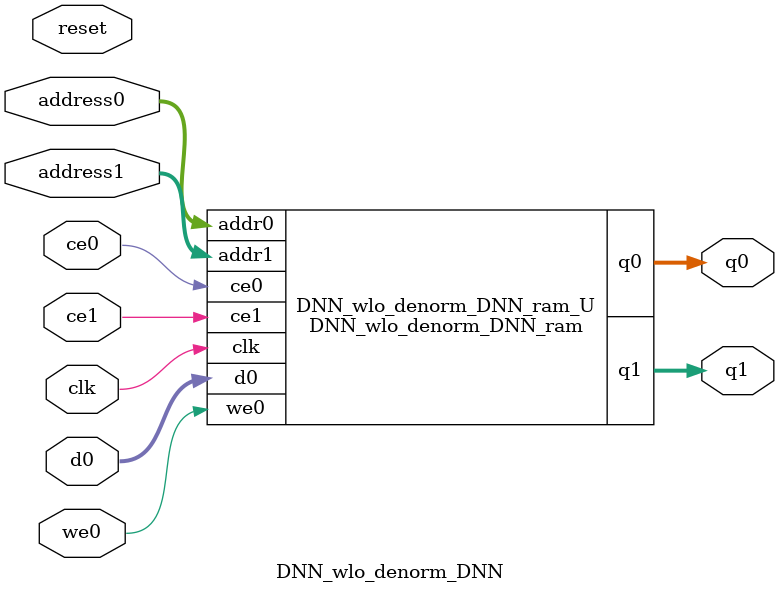
<source format=v>
`timescale 1 ns / 1 ps
module DNN_wlo_denorm_DNN_ram (addr0, ce0, d0, we0, q0, addr1, ce1, q1,  clk);

parameter DWIDTH = 16;
parameter AWIDTH = 7;
parameter MEM_SIZE = 104;

input[AWIDTH-1:0] addr0;
input ce0;
input[DWIDTH-1:0] d0;
input we0;
output reg[DWIDTH-1:0] q0;
input[AWIDTH-1:0] addr1;
input ce1;
output reg[DWIDTH-1:0] q1;
input clk;

(* ram_style = "block" *)reg [DWIDTH-1:0] ram[0:MEM_SIZE-1];




always @(posedge clk)  
begin 
    if (ce0) 
    begin
        if (we0) 
        begin 
            ram[addr0] <= d0; 
        end 
        q0 <= ram[addr0];
    end
end


always @(posedge clk)  
begin 
    if (ce1) 
    begin
        q1 <= ram[addr1];
    end
end


endmodule

`timescale 1 ns / 1 ps
module DNN_wlo_denorm_DNN(
    reset,
    clk,
    address0,
    ce0,
    we0,
    d0,
    q0,
    address1,
    ce1,
    q1);

parameter DataWidth = 32'd16;
parameter AddressRange = 32'd104;
parameter AddressWidth = 32'd7;
input reset;
input clk;
input[AddressWidth - 1:0] address0;
input ce0;
input we0;
input[DataWidth - 1:0] d0;
output[DataWidth - 1:0] q0;
input[AddressWidth - 1:0] address1;
input ce1;
output[DataWidth - 1:0] q1;



DNN_wlo_denorm_DNN_ram DNN_wlo_denorm_DNN_ram_U(
    .clk( clk ),
    .addr0( address0 ),
    .ce0( ce0 ),
    .we0( we0 ),
    .d0( d0 ),
    .q0( q0 ),
    .addr1( address1 ),
    .ce1( ce1 ),
    .q1( q1 ));

endmodule


</source>
